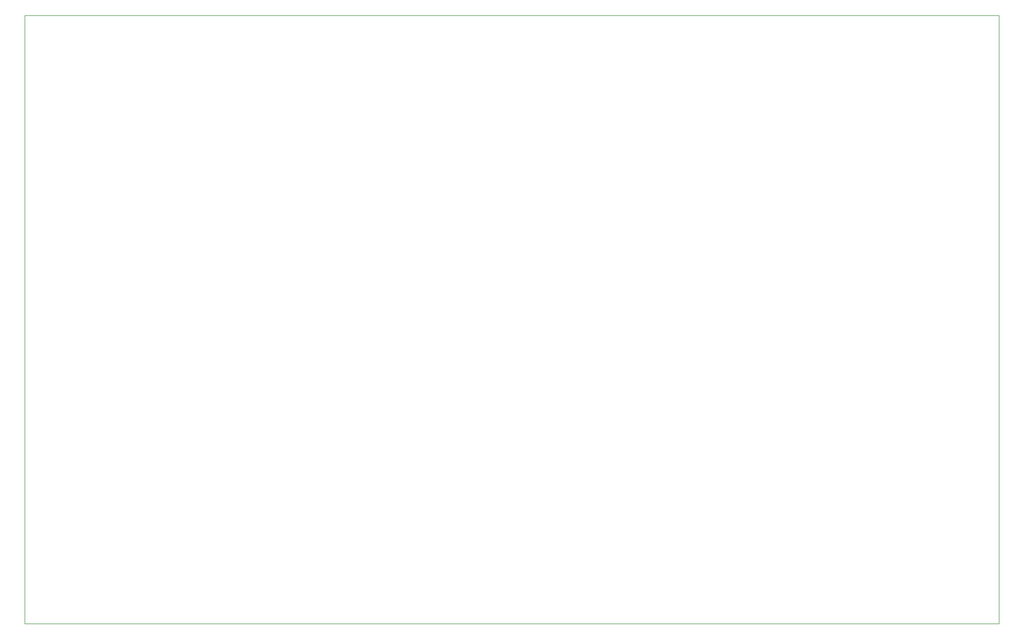
<source format=gbr>
%TF.GenerationSoftware,KiCad,Pcbnew,7.0.9*%
%TF.CreationDate,2024-01-17T08:58:22+01:00*%
%TF.ProjectId,DC Electronic Load,44432045-6c65-4637-9472-6f6e6963204c,rev?*%
%TF.SameCoordinates,Original*%
%TF.FileFunction,Profile,NP*%
%FSLAX46Y46*%
G04 Gerber Fmt 4.6, Leading zero omitted, Abs format (unit mm)*
G04 Created by KiCad (PCBNEW 7.0.9) date 2024-01-17 08:58:22*
%MOMM*%
%LPD*%
G01*
G04 APERTURE LIST*
%TA.AperFunction,Profile*%
%ADD10C,0.100000*%
%TD*%
G04 APERTURE END LIST*
D10*
X64770000Y-31002500D02*
X225425000Y-31002500D01*
X225425000Y-131332500D01*
X64770000Y-131332500D01*
X64770000Y-31002500D01*
M02*

</source>
